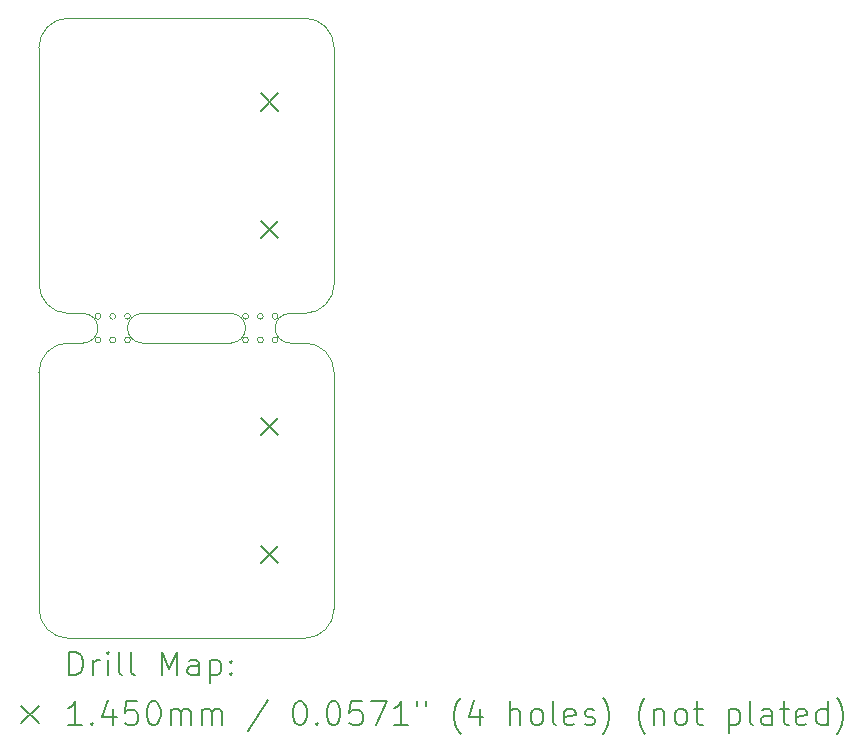
<source format=gbr>
%TF.GenerationSoftware,KiCad,Pcbnew,8.0.3*%
%TF.CreationDate,2024-07-26T09:17:04-04:00*%
%TF.ProjectId,touch_adaptor,746f7563-685f-4616-9461-70746f722e6b,rev?*%
%TF.SameCoordinates,Original*%
%TF.FileFunction,Drillmap*%
%TF.FilePolarity,Positive*%
%FSLAX45Y45*%
G04 Gerber Fmt 4.5, Leading zero omitted, Abs format (unit mm)*
G04 Created by KiCad (PCBNEW 8.0.3) date 2024-07-26 09:17:04*
%MOMM*%
%LPD*%
G01*
G04 APERTURE LIST*
%ADD10C,0.050000*%
%ADD11C,0.200000*%
%ADD12C,0.145000*%
G04 APERTURE END LIST*
D10*
X11775000Y-7475000D02*
G75*
G02*
X11725000Y-7475000I-25000J0D01*
G01*
X11725000Y-7475000D02*
G75*
G02*
X11775000Y-7475000I25000J0D01*
G01*
X11750000Y-7375000D02*
G75*
G02*
X11625000Y-7500000I-125000J0D01*
G01*
X12125000Y-7500000D02*
G75*
G02*
X12000000Y-7375000I0J125000D01*
G01*
X11625000Y-7250000D02*
G75*
G02*
X11750000Y-7375000I0J-125000D01*
G01*
X12000000Y-7375000D02*
G75*
G02*
X12125000Y-7250000I125000J0D01*
G01*
X11775000Y-7275000D02*
G75*
G02*
X11725000Y-7275000I-25000J0D01*
G01*
X11725000Y-7275000D02*
G75*
G02*
X11775000Y-7275000I25000J0D01*
G01*
X12025000Y-7475000D02*
G75*
G02*
X11975000Y-7475000I-25000J0D01*
G01*
X11975000Y-7475000D02*
G75*
G02*
X12025000Y-7475000I25000J0D01*
G01*
X11900000Y-7475000D02*
G75*
G02*
X11850000Y-7475000I-25000J0D01*
G01*
X11850000Y-7475000D02*
G75*
G02*
X11900000Y-7475000I25000J0D01*
G01*
X12025000Y-7275000D02*
G75*
G02*
X11975000Y-7275000I-25000J0D01*
G01*
X11975000Y-7275000D02*
G75*
G02*
X12025000Y-7275000I25000J0D01*
G01*
X11900000Y-7275000D02*
G75*
G02*
X11850000Y-7275000I-25000J0D01*
G01*
X11850000Y-7275000D02*
G75*
G02*
X11900000Y-7275000I25000J0D01*
G01*
X10375000Y-7250000D02*
G75*
G02*
X10500000Y-7375000I0J-125000D01*
G01*
X10500000Y-7375000D02*
G75*
G02*
X10375000Y-7500000I-125000J0D01*
G01*
X10875000Y-7500000D02*
G75*
G02*
X10750000Y-7375000I0J125000D01*
G01*
X10750000Y-7375000D02*
G75*
G02*
X10875000Y-7250000I125000J0D01*
G01*
X10525000Y-7275000D02*
G75*
G02*
X10475000Y-7275000I-25000J0D01*
G01*
X10475000Y-7275000D02*
G75*
G02*
X10525000Y-7275000I25000J0D01*
G01*
X10775000Y-7275000D02*
G75*
G02*
X10725000Y-7275000I-25000J0D01*
G01*
X10725000Y-7275000D02*
G75*
G02*
X10775000Y-7275000I25000J0D01*
G01*
X10650000Y-7275000D02*
G75*
G02*
X10600000Y-7275000I-25000J0D01*
G01*
X10600000Y-7275000D02*
G75*
G02*
X10650000Y-7275000I25000J0D01*
G01*
X10650000Y-7475000D02*
G75*
G02*
X10600000Y-7475000I-25000J0D01*
G01*
X10600000Y-7475000D02*
G75*
G02*
X10650000Y-7475000I25000J0D01*
G01*
X10775000Y-7475000D02*
G75*
G02*
X10725000Y-7475000I-25000J0D01*
G01*
X10725000Y-7475000D02*
G75*
G02*
X10775000Y-7475000I25000J0D01*
G01*
X10525000Y-7475000D02*
G75*
G02*
X10475000Y-7475000I-25000J0D01*
G01*
X10475000Y-7475000D02*
G75*
G02*
X10525000Y-7475000I25000J0D01*
G01*
X12250000Y-7500000D02*
X12125000Y-7500000D01*
X12250000Y-7250000D02*
X12125000Y-7250000D01*
X11625000Y-7500000D02*
X10875000Y-7500000D01*
X11625000Y-7250000D02*
X10875000Y-7250000D01*
X10375000Y-7500000D02*
X10250000Y-7500000D01*
X10375000Y-7250000D02*
X10250000Y-7250000D01*
X10250000Y-10000000D02*
G75*
G02*
X10000000Y-9750000I0J250000D01*
G01*
X10000000Y-7750000D02*
G75*
G02*
X10250000Y-7500000I250000J0D01*
G01*
X10000000Y-5000000D02*
X10000000Y-7000000D01*
X10000000Y-7750000D02*
X10000000Y-9750000D01*
X10250000Y-7250000D02*
G75*
G02*
X10000000Y-7000000I0J250000D01*
G01*
X12250000Y-7500000D02*
G75*
G02*
X12500000Y-7750000I0J-250000D01*
G01*
X10000000Y-5000000D02*
G75*
G02*
X10250000Y-4750000I250000J0D01*
G01*
X12500000Y-7000000D02*
X12500000Y-5000000D01*
X10250000Y-10000000D02*
X12250000Y-10000000D01*
X12500000Y-7000000D02*
G75*
G02*
X12250000Y-7250000I-250000J0D01*
G01*
X12500000Y-9750000D02*
X12500000Y-7750000D01*
X12250000Y-4750000D02*
X10250000Y-4750000D01*
X12500000Y-9750000D02*
G75*
G02*
X12250000Y-10000000I-250000J0D01*
G01*
X12250000Y-4750000D02*
G75*
G02*
X12500000Y-5000000I0J-250000D01*
G01*
D11*
D12*
X11877500Y-5387500D02*
X12022500Y-5532500D01*
X12022500Y-5387500D02*
X11877500Y-5532500D01*
X11877500Y-6467500D02*
X12022500Y-6612500D01*
X12022500Y-6467500D02*
X11877500Y-6612500D01*
X11877500Y-8137500D02*
X12022500Y-8282500D01*
X12022500Y-8137500D02*
X11877500Y-8282500D01*
X11877500Y-9217500D02*
X12022500Y-9362500D01*
X12022500Y-9217500D02*
X11877500Y-9362500D01*
D11*
X10258277Y-10313984D02*
X10258277Y-10113984D01*
X10258277Y-10113984D02*
X10305896Y-10113984D01*
X10305896Y-10113984D02*
X10334467Y-10123508D01*
X10334467Y-10123508D02*
X10353515Y-10142555D01*
X10353515Y-10142555D02*
X10363039Y-10161603D01*
X10363039Y-10161603D02*
X10372563Y-10199698D01*
X10372563Y-10199698D02*
X10372563Y-10228270D01*
X10372563Y-10228270D02*
X10363039Y-10266365D01*
X10363039Y-10266365D02*
X10353515Y-10285412D01*
X10353515Y-10285412D02*
X10334467Y-10304460D01*
X10334467Y-10304460D02*
X10305896Y-10313984D01*
X10305896Y-10313984D02*
X10258277Y-10313984D01*
X10458277Y-10313984D02*
X10458277Y-10180650D01*
X10458277Y-10218746D02*
X10467801Y-10199698D01*
X10467801Y-10199698D02*
X10477324Y-10190174D01*
X10477324Y-10190174D02*
X10496372Y-10180650D01*
X10496372Y-10180650D02*
X10515420Y-10180650D01*
X10582086Y-10313984D02*
X10582086Y-10180650D01*
X10582086Y-10113984D02*
X10572563Y-10123508D01*
X10572563Y-10123508D02*
X10582086Y-10133031D01*
X10582086Y-10133031D02*
X10591610Y-10123508D01*
X10591610Y-10123508D02*
X10582086Y-10113984D01*
X10582086Y-10113984D02*
X10582086Y-10133031D01*
X10705896Y-10313984D02*
X10686848Y-10304460D01*
X10686848Y-10304460D02*
X10677324Y-10285412D01*
X10677324Y-10285412D02*
X10677324Y-10113984D01*
X10810658Y-10313984D02*
X10791610Y-10304460D01*
X10791610Y-10304460D02*
X10782086Y-10285412D01*
X10782086Y-10285412D02*
X10782086Y-10113984D01*
X11039229Y-10313984D02*
X11039229Y-10113984D01*
X11039229Y-10113984D02*
X11105896Y-10256841D01*
X11105896Y-10256841D02*
X11172563Y-10113984D01*
X11172563Y-10113984D02*
X11172563Y-10313984D01*
X11353515Y-10313984D02*
X11353515Y-10209222D01*
X11353515Y-10209222D02*
X11343991Y-10190174D01*
X11343991Y-10190174D02*
X11324943Y-10180650D01*
X11324943Y-10180650D02*
X11286848Y-10180650D01*
X11286848Y-10180650D02*
X11267801Y-10190174D01*
X11353515Y-10304460D02*
X11334467Y-10313984D01*
X11334467Y-10313984D02*
X11286848Y-10313984D01*
X11286848Y-10313984D02*
X11267801Y-10304460D01*
X11267801Y-10304460D02*
X11258277Y-10285412D01*
X11258277Y-10285412D02*
X11258277Y-10266365D01*
X11258277Y-10266365D02*
X11267801Y-10247317D01*
X11267801Y-10247317D02*
X11286848Y-10237793D01*
X11286848Y-10237793D02*
X11334467Y-10237793D01*
X11334467Y-10237793D02*
X11353515Y-10228270D01*
X11448753Y-10180650D02*
X11448753Y-10380650D01*
X11448753Y-10190174D02*
X11467801Y-10180650D01*
X11467801Y-10180650D02*
X11505896Y-10180650D01*
X11505896Y-10180650D02*
X11524943Y-10190174D01*
X11524943Y-10190174D02*
X11534467Y-10199698D01*
X11534467Y-10199698D02*
X11543991Y-10218746D01*
X11543991Y-10218746D02*
X11543991Y-10275889D01*
X11543991Y-10275889D02*
X11534467Y-10294936D01*
X11534467Y-10294936D02*
X11524943Y-10304460D01*
X11524943Y-10304460D02*
X11505896Y-10313984D01*
X11505896Y-10313984D02*
X11467801Y-10313984D01*
X11467801Y-10313984D02*
X11448753Y-10304460D01*
X11629705Y-10294936D02*
X11639229Y-10304460D01*
X11639229Y-10304460D02*
X11629705Y-10313984D01*
X11629705Y-10313984D02*
X11620182Y-10304460D01*
X11620182Y-10304460D02*
X11629705Y-10294936D01*
X11629705Y-10294936D02*
X11629705Y-10313984D01*
X11629705Y-10190174D02*
X11639229Y-10199698D01*
X11639229Y-10199698D02*
X11629705Y-10209222D01*
X11629705Y-10209222D02*
X11620182Y-10199698D01*
X11620182Y-10199698D02*
X11629705Y-10190174D01*
X11629705Y-10190174D02*
X11629705Y-10209222D01*
D12*
X9852500Y-10570000D02*
X9997500Y-10715000D01*
X9997500Y-10570000D02*
X9852500Y-10715000D01*
D11*
X10363039Y-10733984D02*
X10248753Y-10733984D01*
X10305896Y-10733984D02*
X10305896Y-10533984D01*
X10305896Y-10533984D02*
X10286848Y-10562555D01*
X10286848Y-10562555D02*
X10267801Y-10581603D01*
X10267801Y-10581603D02*
X10248753Y-10591127D01*
X10448753Y-10714936D02*
X10458277Y-10724460D01*
X10458277Y-10724460D02*
X10448753Y-10733984D01*
X10448753Y-10733984D02*
X10439229Y-10724460D01*
X10439229Y-10724460D02*
X10448753Y-10714936D01*
X10448753Y-10714936D02*
X10448753Y-10733984D01*
X10629705Y-10600650D02*
X10629705Y-10733984D01*
X10582086Y-10524460D02*
X10534467Y-10667317D01*
X10534467Y-10667317D02*
X10658277Y-10667317D01*
X10829705Y-10533984D02*
X10734467Y-10533984D01*
X10734467Y-10533984D02*
X10724944Y-10629222D01*
X10724944Y-10629222D02*
X10734467Y-10619698D01*
X10734467Y-10619698D02*
X10753515Y-10610174D01*
X10753515Y-10610174D02*
X10801134Y-10610174D01*
X10801134Y-10610174D02*
X10820182Y-10619698D01*
X10820182Y-10619698D02*
X10829705Y-10629222D01*
X10829705Y-10629222D02*
X10839229Y-10648270D01*
X10839229Y-10648270D02*
X10839229Y-10695889D01*
X10839229Y-10695889D02*
X10829705Y-10714936D01*
X10829705Y-10714936D02*
X10820182Y-10724460D01*
X10820182Y-10724460D02*
X10801134Y-10733984D01*
X10801134Y-10733984D02*
X10753515Y-10733984D01*
X10753515Y-10733984D02*
X10734467Y-10724460D01*
X10734467Y-10724460D02*
X10724944Y-10714936D01*
X10963039Y-10533984D02*
X10982086Y-10533984D01*
X10982086Y-10533984D02*
X11001134Y-10543508D01*
X11001134Y-10543508D02*
X11010658Y-10553031D01*
X11010658Y-10553031D02*
X11020182Y-10572079D01*
X11020182Y-10572079D02*
X11029705Y-10610174D01*
X11029705Y-10610174D02*
X11029705Y-10657793D01*
X11029705Y-10657793D02*
X11020182Y-10695889D01*
X11020182Y-10695889D02*
X11010658Y-10714936D01*
X11010658Y-10714936D02*
X11001134Y-10724460D01*
X11001134Y-10724460D02*
X10982086Y-10733984D01*
X10982086Y-10733984D02*
X10963039Y-10733984D01*
X10963039Y-10733984D02*
X10943991Y-10724460D01*
X10943991Y-10724460D02*
X10934467Y-10714936D01*
X10934467Y-10714936D02*
X10924944Y-10695889D01*
X10924944Y-10695889D02*
X10915420Y-10657793D01*
X10915420Y-10657793D02*
X10915420Y-10610174D01*
X10915420Y-10610174D02*
X10924944Y-10572079D01*
X10924944Y-10572079D02*
X10934467Y-10553031D01*
X10934467Y-10553031D02*
X10943991Y-10543508D01*
X10943991Y-10543508D02*
X10963039Y-10533984D01*
X11115420Y-10733984D02*
X11115420Y-10600650D01*
X11115420Y-10619698D02*
X11124944Y-10610174D01*
X11124944Y-10610174D02*
X11143991Y-10600650D01*
X11143991Y-10600650D02*
X11172563Y-10600650D01*
X11172563Y-10600650D02*
X11191610Y-10610174D01*
X11191610Y-10610174D02*
X11201134Y-10629222D01*
X11201134Y-10629222D02*
X11201134Y-10733984D01*
X11201134Y-10629222D02*
X11210658Y-10610174D01*
X11210658Y-10610174D02*
X11229705Y-10600650D01*
X11229705Y-10600650D02*
X11258277Y-10600650D01*
X11258277Y-10600650D02*
X11277324Y-10610174D01*
X11277324Y-10610174D02*
X11286848Y-10629222D01*
X11286848Y-10629222D02*
X11286848Y-10733984D01*
X11382086Y-10733984D02*
X11382086Y-10600650D01*
X11382086Y-10619698D02*
X11391610Y-10610174D01*
X11391610Y-10610174D02*
X11410658Y-10600650D01*
X11410658Y-10600650D02*
X11439229Y-10600650D01*
X11439229Y-10600650D02*
X11458277Y-10610174D01*
X11458277Y-10610174D02*
X11467801Y-10629222D01*
X11467801Y-10629222D02*
X11467801Y-10733984D01*
X11467801Y-10629222D02*
X11477324Y-10610174D01*
X11477324Y-10610174D02*
X11496372Y-10600650D01*
X11496372Y-10600650D02*
X11524943Y-10600650D01*
X11524943Y-10600650D02*
X11543991Y-10610174D01*
X11543991Y-10610174D02*
X11553515Y-10629222D01*
X11553515Y-10629222D02*
X11553515Y-10733984D01*
X11943991Y-10524460D02*
X11772563Y-10781603D01*
X12201134Y-10533984D02*
X12220182Y-10533984D01*
X12220182Y-10533984D02*
X12239229Y-10543508D01*
X12239229Y-10543508D02*
X12248753Y-10553031D01*
X12248753Y-10553031D02*
X12258277Y-10572079D01*
X12258277Y-10572079D02*
X12267801Y-10610174D01*
X12267801Y-10610174D02*
X12267801Y-10657793D01*
X12267801Y-10657793D02*
X12258277Y-10695889D01*
X12258277Y-10695889D02*
X12248753Y-10714936D01*
X12248753Y-10714936D02*
X12239229Y-10724460D01*
X12239229Y-10724460D02*
X12220182Y-10733984D01*
X12220182Y-10733984D02*
X12201134Y-10733984D01*
X12201134Y-10733984D02*
X12182086Y-10724460D01*
X12182086Y-10724460D02*
X12172563Y-10714936D01*
X12172563Y-10714936D02*
X12163039Y-10695889D01*
X12163039Y-10695889D02*
X12153515Y-10657793D01*
X12153515Y-10657793D02*
X12153515Y-10610174D01*
X12153515Y-10610174D02*
X12163039Y-10572079D01*
X12163039Y-10572079D02*
X12172563Y-10553031D01*
X12172563Y-10553031D02*
X12182086Y-10543508D01*
X12182086Y-10543508D02*
X12201134Y-10533984D01*
X12353515Y-10714936D02*
X12363039Y-10724460D01*
X12363039Y-10724460D02*
X12353515Y-10733984D01*
X12353515Y-10733984D02*
X12343991Y-10724460D01*
X12343991Y-10724460D02*
X12353515Y-10714936D01*
X12353515Y-10714936D02*
X12353515Y-10733984D01*
X12486848Y-10533984D02*
X12505896Y-10533984D01*
X12505896Y-10533984D02*
X12524944Y-10543508D01*
X12524944Y-10543508D02*
X12534467Y-10553031D01*
X12534467Y-10553031D02*
X12543991Y-10572079D01*
X12543991Y-10572079D02*
X12553515Y-10610174D01*
X12553515Y-10610174D02*
X12553515Y-10657793D01*
X12553515Y-10657793D02*
X12543991Y-10695889D01*
X12543991Y-10695889D02*
X12534467Y-10714936D01*
X12534467Y-10714936D02*
X12524944Y-10724460D01*
X12524944Y-10724460D02*
X12505896Y-10733984D01*
X12505896Y-10733984D02*
X12486848Y-10733984D01*
X12486848Y-10733984D02*
X12467801Y-10724460D01*
X12467801Y-10724460D02*
X12458277Y-10714936D01*
X12458277Y-10714936D02*
X12448753Y-10695889D01*
X12448753Y-10695889D02*
X12439229Y-10657793D01*
X12439229Y-10657793D02*
X12439229Y-10610174D01*
X12439229Y-10610174D02*
X12448753Y-10572079D01*
X12448753Y-10572079D02*
X12458277Y-10553031D01*
X12458277Y-10553031D02*
X12467801Y-10543508D01*
X12467801Y-10543508D02*
X12486848Y-10533984D01*
X12734467Y-10533984D02*
X12639229Y-10533984D01*
X12639229Y-10533984D02*
X12629706Y-10629222D01*
X12629706Y-10629222D02*
X12639229Y-10619698D01*
X12639229Y-10619698D02*
X12658277Y-10610174D01*
X12658277Y-10610174D02*
X12705896Y-10610174D01*
X12705896Y-10610174D02*
X12724944Y-10619698D01*
X12724944Y-10619698D02*
X12734467Y-10629222D01*
X12734467Y-10629222D02*
X12743991Y-10648270D01*
X12743991Y-10648270D02*
X12743991Y-10695889D01*
X12743991Y-10695889D02*
X12734467Y-10714936D01*
X12734467Y-10714936D02*
X12724944Y-10724460D01*
X12724944Y-10724460D02*
X12705896Y-10733984D01*
X12705896Y-10733984D02*
X12658277Y-10733984D01*
X12658277Y-10733984D02*
X12639229Y-10724460D01*
X12639229Y-10724460D02*
X12629706Y-10714936D01*
X12810658Y-10533984D02*
X12943991Y-10533984D01*
X12943991Y-10533984D02*
X12858277Y-10733984D01*
X13124944Y-10733984D02*
X13010658Y-10733984D01*
X13067801Y-10733984D02*
X13067801Y-10533984D01*
X13067801Y-10533984D02*
X13048753Y-10562555D01*
X13048753Y-10562555D02*
X13029706Y-10581603D01*
X13029706Y-10581603D02*
X13010658Y-10591127D01*
X13201134Y-10533984D02*
X13201134Y-10572079D01*
X13277325Y-10533984D02*
X13277325Y-10572079D01*
X13572563Y-10810174D02*
X13563039Y-10800650D01*
X13563039Y-10800650D02*
X13543991Y-10772079D01*
X13543991Y-10772079D02*
X13534468Y-10753031D01*
X13534468Y-10753031D02*
X13524944Y-10724460D01*
X13524944Y-10724460D02*
X13515420Y-10676841D01*
X13515420Y-10676841D02*
X13515420Y-10638746D01*
X13515420Y-10638746D02*
X13524944Y-10591127D01*
X13524944Y-10591127D02*
X13534468Y-10562555D01*
X13534468Y-10562555D02*
X13543991Y-10543508D01*
X13543991Y-10543508D02*
X13563039Y-10514936D01*
X13563039Y-10514936D02*
X13572563Y-10505412D01*
X13734468Y-10600650D02*
X13734468Y-10733984D01*
X13686848Y-10524460D02*
X13639229Y-10667317D01*
X13639229Y-10667317D02*
X13763039Y-10667317D01*
X13991610Y-10733984D02*
X13991610Y-10533984D01*
X14077325Y-10733984D02*
X14077325Y-10629222D01*
X14077325Y-10629222D02*
X14067801Y-10610174D01*
X14067801Y-10610174D02*
X14048753Y-10600650D01*
X14048753Y-10600650D02*
X14020182Y-10600650D01*
X14020182Y-10600650D02*
X14001134Y-10610174D01*
X14001134Y-10610174D02*
X13991610Y-10619698D01*
X14201134Y-10733984D02*
X14182087Y-10724460D01*
X14182087Y-10724460D02*
X14172563Y-10714936D01*
X14172563Y-10714936D02*
X14163039Y-10695889D01*
X14163039Y-10695889D02*
X14163039Y-10638746D01*
X14163039Y-10638746D02*
X14172563Y-10619698D01*
X14172563Y-10619698D02*
X14182087Y-10610174D01*
X14182087Y-10610174D02*
X14201134Y-10600650D01*
X14201134Y-10600650D02*
X14229706Y-10600650D01*
X14229706Y-10600650D02*
X14248753Y-10610174D01*
X14248753Y-10610174D02*
X14258277Y-10619698D01*
X14258277Y-10619698D02*
X14267801Y-10638746D01*
X14267801Y-10638746D02*
X14267801Y-10695889D01*
X14267801Y-10695889D02*
X14258277Y-10714936D01*
X14258277Y-10714936D02*
X14248753Y-10724460D01*
X14248753Y-10724460D02*
X14229706Y-10733984D01*
X14229706Y-10733984D02*
X14201134Y-10733984D01*
X14382087Y-10733984D02*
X14363039Y-10724460D01*
X14363039Y-10724460D02*
X14353515Y-10705412D01*
X14353515Y-10705412D02*
X14353515Y-10533984D01*
X14534468Y-10724460D02*
X14515420Y-10733984D01*
X14515420Y-10733984D02*
X14477325Y-10733984D01*
X14477325Y-10733984D02*
X14458277Y-10724460D01*
X14458277Y-10724460D02*
X14448753Y-10705412D01*
X14448753Y-10705412D02*
X14448753Y-10629222D01*
X14448753Y-10629222D02*
X14458277Y-10610174D01*
X14458277Y-10610174D02*
X14477325Y-10600650D01*
X14477325Y-10600650D02*
X14515420Y-10600650D01*
X14515420Y-10600650D02*
X14534468Y-10610174D01*
X14534468Y-10610174D02*
X14543991Y-10629222D01*
X14543991Y-10629222D02*
X14543991Y-10648270D01*
X14543991Y-10648270D02*
X14448753Y-10667317D01*
X14620182Y-10724460D02*
X14639230Y-10733984D01*
X14639230Y-10733984D02*
X14677325Y-10733984D01*
X14677325Y-10733984D02*
X14696372Y-10724460D01*
X14696372Y-10724460D02*
X14705896Y-10705412D01*
X14705896Y-10705412D02*
X14705896Y-10695889D01*
X14705896Y-10695889D02*
X14696372Y-10676841D01*
X14696372Y-10676841D02*
X14677325Y-10667317D01*
X14677325Y-10667317D02*
X14648753Y-10667317D01*
X14648753Y-10667317D02*
X14629706Y-10657793D01*
X14629706Y-10657793D02*
X14620182Y-10638746D01*
X14620182Y-10638746D02*
X14620182Y-10629222D01*
X14620182Y-10629222D02*
X14629706Y-10610174D01*
X14629706Y-10610174D02*
X14648753Y-10600650D01*
X14648753Y-10600650D02*
X14677325Y-10600650D01*
X14677325Y-10600650D02*
X14696372Y-10610174D01*
X14772563Y-10810174D02*
X14782087Y-10800650D01*
X14782087Y-10800650D02*
X14801134Y-10772079D01*
X14801134Y-10772079D02*
X14810658Y-10753031D01*
X14810658Y-10753031D02*
X14820182Y-10724460D01*
X14820182Y-10724460D02*
X14829706Y-10676841D01*
X14829706Y-10676841D02*
X14829706Y-10638746D01*
X14829706Y-10638746D02*
X14820182Y-10591127D01*
X14820182Y-10591127D02*
X14810658Y-10562555D01*
X14810658Y-10562555D02*
X14801134Y-10543508D01*
X14801134Y-10543508D02*
X14782087Y-10514936D01*
X14782087Y-10514936D02*
X14772563Y-10505412D01*
X15134468Y-10810174D02*
X15124944Y-10800650D01*
X15124944Y-10800650D02*
X15105896Y-10772079D01*
X15105896Y-10772079D02*
X15096372Y-10753031D01*
X15096372Y-10753031D02*
X15086849Y-10724460D01*
X15086849Y-10724460D02*
X15077325Y-10676841D01*
X15077325Y-10676841D02*
X15077325Y-10638746D01*
X15077325Y-10638746D02*
X15086849Y-10591127D01*
X15086849Y-10591127D02*
X15096372Y-10562555D01*
X15096372Y-10562555D02*
X15105896Y-10543508D01*
X15105896Y-10543508D02*
X15124944Y-10514936D01*
X15124944Y-10514936D02*
X15134468Y-10505412D01*
X15210658Y-10600650D02*
X15210658Y-10733984D01*
X15210658Y-10619698D02*
X15220182Y-10610174D01*
X15220182Y-10610174D02*
X15239230Y-10600650D01*
X15239230Y-10600650D02*
X15267801Y-10600650D01*
X15267801Y-10600650D02*
X15286849Y-10610174D01*
X15286849Y-10610174D02*
X15296372Y-10629222D01*
X15296372Y-10629222D02*
X15296372Y-10733984D01*
X15420182Y-10733984D02*
X15401134Y-10724460D01*
X15401134Y-10724460D02*
X15391611Y-10714936D01*
X15391611Y-10714936D02*
X15382087Y-10695889D01*
X15382087Y-10695889D02*
X15382087Y-10638746D01*
X15382087Y-10638746D02*
X15391611Y-10619698D01*
X15391611Y-10619698D02*
X15401134Y-10610174D01*
X15401134Y-10610174D02*
X15420182Y-10600650D01*
X15420182Y-10600650D02*
X15448753Y-10600650D01*
X15448753Y-10600650D02*
X15467801Y-10610174D01*
X15467801Y-10610174D02*
X15477325Y-10619698D01*
X15477325Y-10619698D02*
X15486849Y-10638746D01*
X15486849Y-10638746D02*
X15486849Y-10695889D01*
X15486849Y-10695889D02*
X15477325Y-10714936D01*
X15477325Y-10714936D02*
X15467801Y-10724460D01*
X15467801Y-10724460D02*
X15448753Y-10733984D01*
X15448753Y-10733984D02*
X15420182Y-10733984D01*
X15543992Y-10600650D02*
X15620182Y-10600650D01*
X15572563Y-10533984D02*
X15572563Y-10705412D01*
X15572563Y-10705412D02*
X15582087Y-10724460D01*
X15582087Y-10724460D02*
X15601134Y-10733984D01*
X15601134Y-10733984D02*
X15620182Y-10733984D01*
X15839230Y-10600650D02*
X15839230Y-10800650D01*
X15839230Y-10610174D02*
X15858277Y-10600650D01*
X15858277Y-10600650D02*
X15896373Y-10600650D01*
X15896373Y-10600650D02*
X15915420Y-10610174D01*
X15915420Y-10610174D02*
X15924944Y-10619698D01*
X15924944Y-10619698D02*
X15934468Y-10638746D01*
X15934468Y-10638746D02*
X15934468Y-10695889D01*
X15934468Y-10695889D02*
X15924944Y-10714936D01*
X15924944Y-10714936D02*
X15915420Y-10724460D01*
X15915420Y-10724460D02*
X15896373Y-10733984D01*
X15896373Y-10733984D02*
X15858277Y-10733984D01*
X15858277Y-10733984D02*
X15839230Y-10724460D01*
X16048753Y-10733984D02*
X16029706Y-10724460D01*
X16029706Y-10724460D02*
X16020182Y-10705412D01*
X16020182Y-10705412D02*
X16020182Y-10533984D01*
X16210658Y-10733984D02*
X16210658Y-10629222D01*
X16210658Y-10629222D02*
X16201134Y-10610174D01*
X16201134Y-10610174D02*
X16182087Y-10600650D01*
X16182087Y-10600650D02*
X16143992Y-10600650D01*
X16143992Y-10600650D02*
X16124944Y-10610174D01*
X16210658Y-10724460D02*
X16191611Y-10733984D01*
X16191611Y-10733984D02*
X16143992Y-10733984D01*
X16143992Y-10733984D02*
X16124944Y-10724460D01*
X16124944Y-10724460D02*
X16115420Y-10705412D01*
X16115420Y-10705412D02*
X16115420Y-10686365D01*
X16115420Y-10686365D02*
X16124944Y-10667317D01*
X16124944Y-10667317D02*
X16143992Y-10657793D01*
X16143992Y-10657793D02*
X16191611Y-10657793D01*
X16191611Y-10657793D02*
X16210658Y-10648270D01*
X16277325Y-10600650D02*
X16353515Y-10600650D01*
X16305896Y-10533984D02*
X16305896Y-10705412D01*
X16305896Y-10705412D02*
X16315420Y-10724460D01*
X16315420Y-10724460D02*
X16334468Y-10733984D01*
X16334468Y-10733984D02*
X16353515Y-10733984D01*
X16496373Y-10724460D02*
X16477325Y-10733984D01*
X16477325Y-10733984D02*
X16439230Y-10733984D01*
X16439230Y-10733984D02*
X16420182Y-10724460D01*
X16420182Y-10724460D02*
X16410658Y-10705412D01*
X16410658Y-10705412D02*
X16410658Y-10629222D01*
X16410658Y-10629222D02*
X16420182Y-10610174D01*
X16420182Y-10610174D02*
X16439230Y-10600650D01*
X16439230Y-10600650D02*
X16477325Y-10600650D01*
X16477325Y-10600650D02*
X16496373Y-10610174D01*
X16496373Y-10610174D02*
X16505896Y-10629222D01*
X16505896Y-10629222D02*
X16505896Y-10648270D01*
X16505896Y-10648270D02*
X16410658Y-10667317D01*
X16677325Y-10733984D02*
X16677325Y-10533984D01*
X16677325Y-10724460D02*
X16658277Y-10733984D01*
X16658277Y-10733984D02*
X16620182Y-10733984D01*
X16620182Y-10733984D02*
X16601134Y-10724460D01*
X16601134Y-10724460D02*
X16591611Y-10714936D01*
X16591611Y-10714936D02*
X16582087Y-10695889D01*
X16582087Y-10695889D02*
X16582087Y-10638746D01*
X16582087Y-10638746D02*
X16591611Y-10619698D01*
X16591611Y-10619698D02*
X16601134Y-10610174D01*
X16601134Y-10610174D02*
X16620182Y-10600650D01*
X16620182Y-10600650D02*
X16658277Y-10600650D01*
X16658277Y-10600650D02*
X16677325Y-10610174D01*
X16753515Y-10810174D02*
X16763039Y-10800650D01*
X16763039Y-10800650D02*
X16782087Y-10772079D01*
X16782087Y-10772079D02*
X16791611Y-10753031D01*
X16791611Y-10753031D02*
X16801135Y-10724460D01*
X16801135Y-10724460D02*
X16810658Y-10676841D01*
X16810658Y-10676841D02*
X16810658Y-10638746D01*
X16810658Y-10638746D02*
X16801135Y-10591127D01*
X16801135Y-10591127D02*
X16791611Y-10562555D01*
X16791611Y-10562555D02*
X16782087Y-10543508D01*
X16782087Y-10543508D02*
X16763039Y-10514936D01*
X16763039Y-10514936D02*
X16753515Y-10505412D01*
M02*

</source>
